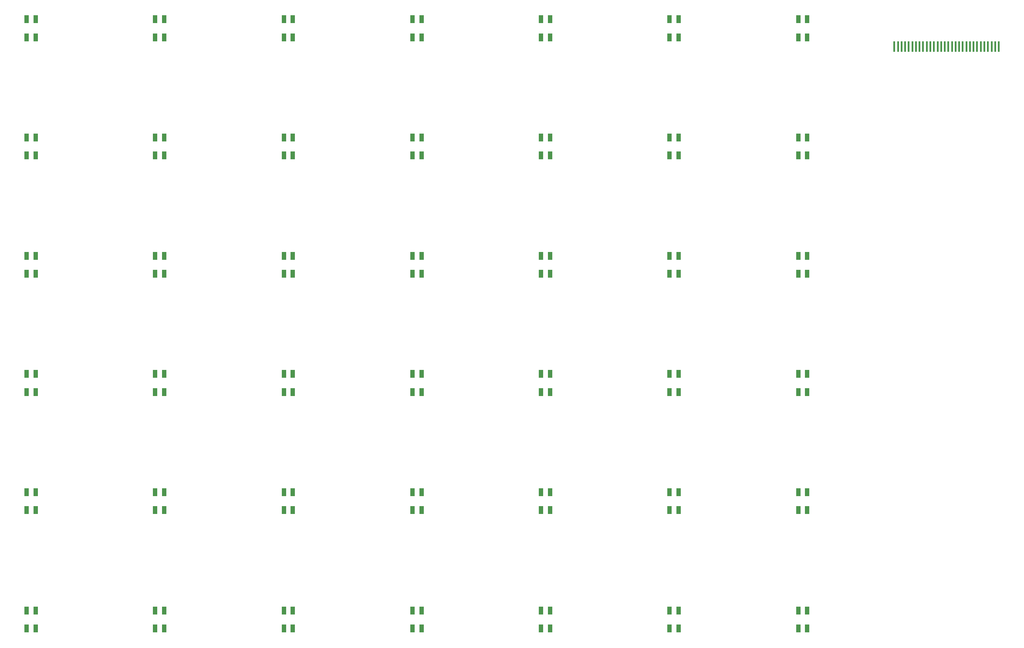
<source format=gtp>
G04 Layer: TopPasteMaskLayer*
G04 EasyEDA Pro v2.2.35.2, 2025-01-22 11:24:46*
G04 Gerber Generator version 0.3*
G04 Scale: 100 percent, Rotated: No, Reflected: No*
G04 Dimensions in millimeters*
G04 Leading zeros omitted, absolute positions, 4 integers and 5 decimals*
%FSLAX45Y45*%
%MOMM*%
%ADD10R,0.85X1.6*%
%ADD11R,0.4X2.0*%
G75*


G04 Pad Start*
G54D10*
G01X10609000Y-5208200D03*
G01X10434000Y-5208200D03*
G01X10434000Y-5558200D03*
G01X10609000Y-5558200D03*
G54D11*
G01X22302200Y-3441700D03*
G01X22372200Y-3441700D03*
G01X22442200Y-3441700D03*
G01X22512200Y-3441700D03*
G01X22582200Y-3441700D03*
G01X22652200Y-3441700D03*
G01X22722200Y-3441700D03*
G01X22792200Y-3441700D03*
G01X22862200Y-3441700D03*
G01X22932200Y-3441700D03*
G01X23002200Y-3441700D03*
G01X23072200Y-3441700D03*
G01X23142200Y-3441700D03*
G01X23212200Y-3441700D03*
G01X23282200Y-3441700D03*
G01X23352200Y-3441700D03*
G01X23422200Y-3441700D03*
G01X23492200Y-3441700D03*
G01X23562200Y-3441700D03*
G01X23632200Y-3441700D03*
G01X23702200Y-3441700D03*
G01X23772200Y-3441700D03*
G01X23842200Y-3441700D03*
G01X23912200Y-3441700D03*
G01X23982200Y-3441700D03*
G01X24052200Y-3441700D03*
G01X24122200Y-3441700D03*
G01X24192200Y-3441700D03*
G01X24262200Y-3441700D03*
G01X24332200Y-3441700D03*
G54D10*
G01X15609000Y-2908200D03*
G01X15434000Y-2908200D03*
G01X15434000Y-3258200D03*
G01X15609000Y-3258200D03*
G01X8109000Y-2908200D03*
G01X7934000Y-2908200D03*
G01X7934000Y-3258200D03*
G01X8109000Y-3258200D03*
G01X8109000Y-7508200D03*
G01X7934000Y-7508200D03*
G01X7934000Y-7858200D03*
G01X8109000Y-7858200D03*
G01X20609000Y-2908200D03*
G01X20434000Y-2908200D03*
G01X20434000Y-3258200D03*
G01X20609000Y-3258200D03*
G01X8109000Y-14408200D03*
G01X7934000Y-14408200D03*
G01X7934000Y-14758200D03*
G01X8109000Y-14758200D03*
G01X18109000Y-7508200D03*
G01X17934000Y-7508200D03*
G01X17934000Y-7858200D03*
G01X18109000Y-7858200D03*
G01X5609000Y-12108200D03*
G01X5434000Y-12108200D03*
G01X5434000Y-12458200D03*
G01X5609000Y-12458200D03*
G01X15609000Y-9808200D03*
G01X15434000Y-9808200D03*
G01X15434000Y-10158200D03*
G01X15609000Y-10158200D03*
G01X18109000Y-14408200D03*
G01X17934000Y-14408200D03*
G01X17934000Y-14758200D03*
G01X18109000Y-14758200D03*
G01X18109000Y-9808200D03*
G01X17934000Y-9808200D03*
G01X17934000Y-10158200D03*
G01X18109000Y-10158200D03*
G01X5609000Y-7508200D03*
G01X5434000Y-7508200D03*
G01X5434000Y-7858200D03*
G01X5609000Y-7858200D03*
G01X15609000Y-12108200D03*
G01X15434000Y-12108200D03*
G01X15434000Y-12458200D03*
G01X15609000Y-12458200D03*
G01X13109000Y-2908200D03*
G01X12934000Y-2908200D03*
G01X12934000Y-3258200D03*
G01X13109000Y-3258200D03*
G01X10609000Y-7508200D03*
G01X10434000Y-7508200D03*
G01X10434000Y-7858200D03*
G01X10609000Y-7858200D03*
G01X20609000Y-14408200D03*
G01X20434000Y-14408200D03*
G01X20434000Y-14758200D03*
G01X20609000Y-14758200D03*
G01X20609000Y-7508200D03*
G01X20434000Y-7508200D03*
G01X20434000Y-7858200D03*
G01X20609000Y-7858200D03*
G01X20609000Y-12108200D03*
G01X20434000Y-12108200D03*
G01X20434000Y-12458200D03*
G01X20609000Y-12458200D03*
G01X5609000Y-5208200D03*
G01X5434000Y-5208200D03*
G01X5434000Y-5558200D03*
G01X5609000Y-5558200D03*
G01X10609000Y-14408200D03*
G01X10434000Y-14408200D03*
G01X10434000Y-14758200D03*
G01X10609000Y-14758200D03*
G01X20609000Y-5208200D03*
G01X20434000Y-5208200D03*
G01X20434000Y-5558200D03*
G01X20609000Y-5558200D03*
G01X20609000Y-9808200D03*
G01X20434000Y-9808200D03*
G01X20434000Y-10158200D03*
G01X20609000Y-10158200D03*
G01X13109000Y-7508200D03*
G01X12934000Y-7508200D03*
G01X12934000Y-7858200D03*
G01X13109000Y-7858200D03*
G01X13109000Y-5208200D03*
G01X12934000Y-5208200D03*
G01X12934000Y-5558200D03*
G01X13109000Y-5558200D03*
G01X10609000Y-2908200D03*
G01X10434000Y-2908200D03*
G01X10434000Y-3258200D03*
G01X10609000Y-3258200D03*
G01X5609000Y-2908200D03*
G01X5434000Y-2908200D03*
G01X5434000Y-3258200D03*
G01X5609000Y-3258200D03*
G01X18109000Y-12108200D03*
G01X17934000Y-12108200D03*
G01X17934000Y-12458200D03*
G01X18109000Y-12458200D03*
G01X13109000Y-12108200D03*
G01X12934000Y-12108200D03*
G01X12934000Y-12458200D03*
G01X13109000Y-12458200D03*
G01X13109000Y-14408200D03*
G01X12934000Y-14408200D03*
G01X12934000Y-14758200D03*
G01X13109000Y-14758200D03*
G01X18109000Y-5208200D03*
G01X17934000Y-5208200D03*
G01X17934000Y-5558200D03*
G01X18109000Y-5558200D03*
G01X8109000Y-5208200D03*
G01X7934000Y-5208200D03*
G01X7934000Y-5558200D03*
G01X8109000Y-5558200D03*
G01X13109000Y-9808200D03*
G01X12934000Y-9808200D03*
G01X12934000Y-10158200D03*
G01X13109000Y-10158200D03*
G01X5609000Y-14408200D03*
G01X5434000Y-14408200D03*
G01X5434000Y-14758200D03*
G01X5609000Y-14758200D03*
G01X15609000Y-7508200D03*
G01X15434000Y-7508200D03*
G01X15434000Y-7858200D03*
G01X15609000Y-7858200D03*
G01X15609000Y-5208200D03*
G01X15434000Y-5208200D03*
G01X15434000Y-5558200D03*
G01X15609000Y-5558200D03*
G01X18109000Y-2908200D03*
G01X17934000Y-2908200D03*
G01X17934000Y-3258200D03*
G01X18109000Y-3258200D03*
G01X10609000Y-9808200D03*
G01X10434000Y-9808200D03*
G01X10434000Y-10158200D03*
G01X10609000Y-10158200D03*
G01X15609000Y-14408200D03*
G01X15434000Y-14408200D03*
G01X15434000Y-14758200D03*
G01X15609000Y-14758200D03*
G01X8109000Y-12108200D03*
G01X7934000Y-12108200D03*
G01X7934000Y-12458200D03*
G01X8109000Y-12458200D03*
G01X5609000Y-9808200D03*
G01X5434000Y-9808200D03*
G01X5434000Y-10158200D03*
G01X5609000Y-10158200D03*
G01X10609000Y-12108200D03*
G01X10434000Y-12108200D03*
G01X10434000Y-12458200D03*
G01X10609000Y-12458200D03*
G01X8109000Y-9808200D03*
G01X7934000Y-9808200D03*
G01X7934000Y-10158200D03*
G01X8109000Y-10158200D03*
G04 Pad End*

M02*


</source>
